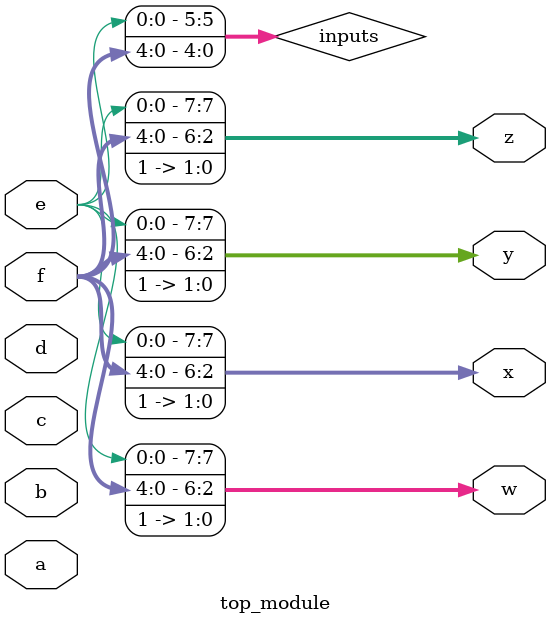
<source format=sv>
module top_module (
    input [4:0] a,
    input [4:0] b,
    input [4:0] c,
    input [4:0] d,
    input [4:0] e,
    input [4:0] f,
    output [7:0] w,
    output [7:0] x,
    output [7:0] y,
    output [7:0] z
);

wire [5:0] inputs;
assign inputs = {a, b, c, d, e, f};

assign w = {inputs[5:0], 2'b11};
assign x = {inputs[5:0], 2'b11};
assign y = {inputs[5:0], 2'b11};
assign z = {inputs[5:0], 2'b11};

endmodule

</source>
